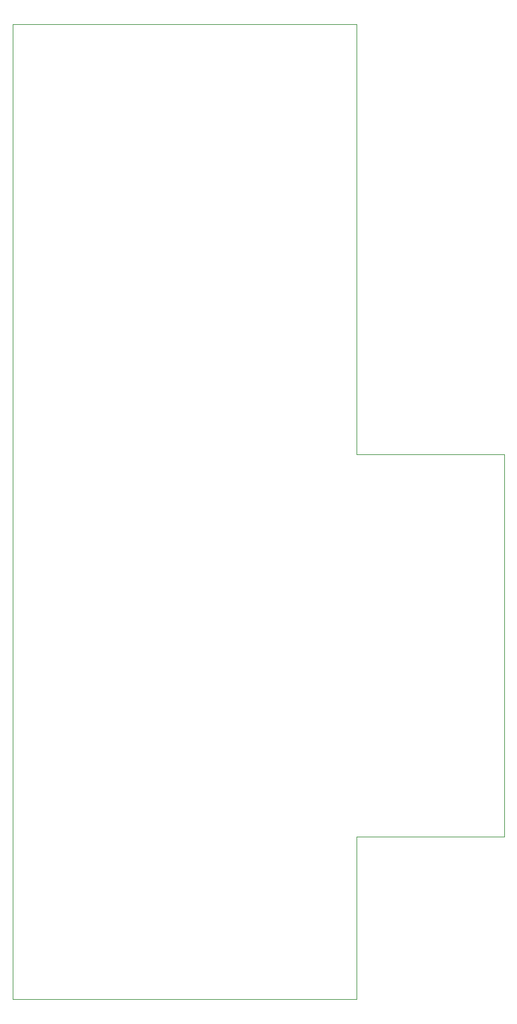
<source format=gbr>
%TF.GenerationSoftware,KiCad,Pcbnew,(5.1.6)-1*%
%TF.CreationDate,2021-03-12T10:12:50+01:00*%
%TF.ProjectId,carte_alim_signaux,63617274-655f-4616-9c69-6d5f7369676e,rev?*%
%TF.SameCoordinates,Original*%
%TF.FileFunction,Profile,NP*%
%FSLAX46Y46*%
G04 Gerber Fmt 4.6, Leading zero omitted, Abs format (unit mm)*
G04 Created by KiCad (PCBNEW (5.1.6)-1) date 2021-03-12 10:12:50*
%MOMM*%
%LPD*%
G01*
G04 APERTURE LIST*
%TA.AperFunction,Profile*%
%ADD10C,0.050000*%
%TD*%
G04 APERTURE END LIST*
D10*
X95250000Y-56515000D02*
X95885000Y-56515000D01*
X95250000Y-186055000D02*
X95250000Y-56515000D01*
X140970000Y-186055000D02*
X95250000Y-186055000D01*
X140970000Y-164465000D02*
X140970000Y-186055000D01*
X141605000Y-164465000D02*
X140970000Y-164465000D01*
X160655000Y-164465000D02*
X141605000Y-164465000D01*
X160655000Y-113665000D02*
X160655000Y-164465000D01*
X140970000Y-113665000D02*
X160655000Y-113665000D01*
X140970000Y-56515000D02*
X140970000Y-113665000D01*
X95885000Y-56515000D02*
X140970000Y-56515000D01*
M02*

</source>
